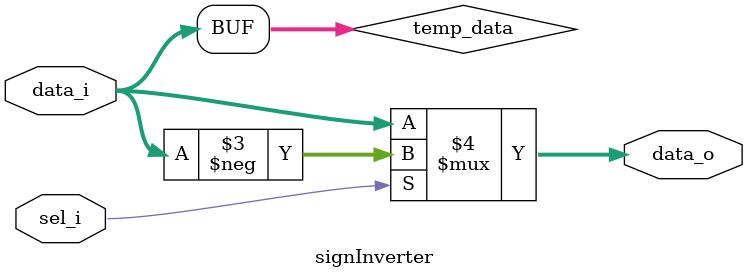
<source format=v>
`timescale 1ns / 1ps
/*	
   ===================================================================
   Module Name : signInverter
         
   Filename    : signInverter.v
   Type        : Verilog Module
      
   Description :  Sign inversion ( output = -(Input)  )
   
                  Input    :  "DATA_WIDTH" length word in 2's complement representation.
                  Output   :  "DATA_WIDTH" length word in 2's complement representation.
                  Control  :
                              if sel_i is high, then output = -(Input). 
                              Otherwise, output = (Input). 
   ------------------------------------------------------------------
      clocks   : -
      reset    : -
      enable   : -
      
   Parameters  :
         NAME            Comments                Default
         ---------------------------------------------------
         DATA_WIDTH      input data width          12
      
   ------------------------------------------------------------------
   Version     : 1.0
   Data        : 13 Nov 2018
   Revision    : -
   Reviser     : -		
   -------------------------------------------------------------------
   Modification Log "please add all the modifications in this area"
   (D/M/Y)  
   
   ----------------------
   // Instance template
   ----------------------
      signInverter 
      #(
         .DATA_WIDTH ()
      )
      "MODULE_NAME"
      (
         .data_i     (),
         .data_o     (),
         .sel_i      ()
      );
*/


module signInverter 
#(
   parameter DATA_WIDTH = 12     //[12]
)
(
	input  [DATA_WIDTH-1:0] data_i,
	output [DATA_WIDTH-1:0] data_o,
	input sel_i
);
	
	reg signed [DATA_WIDTH-1:0] temp_data;
	
	always@(data_i)
	begin
		temp_data = data_i;
	end
		 
	assign data_o = (!sel_i) ? data_i : - temp_data;

endmodule

</source>
